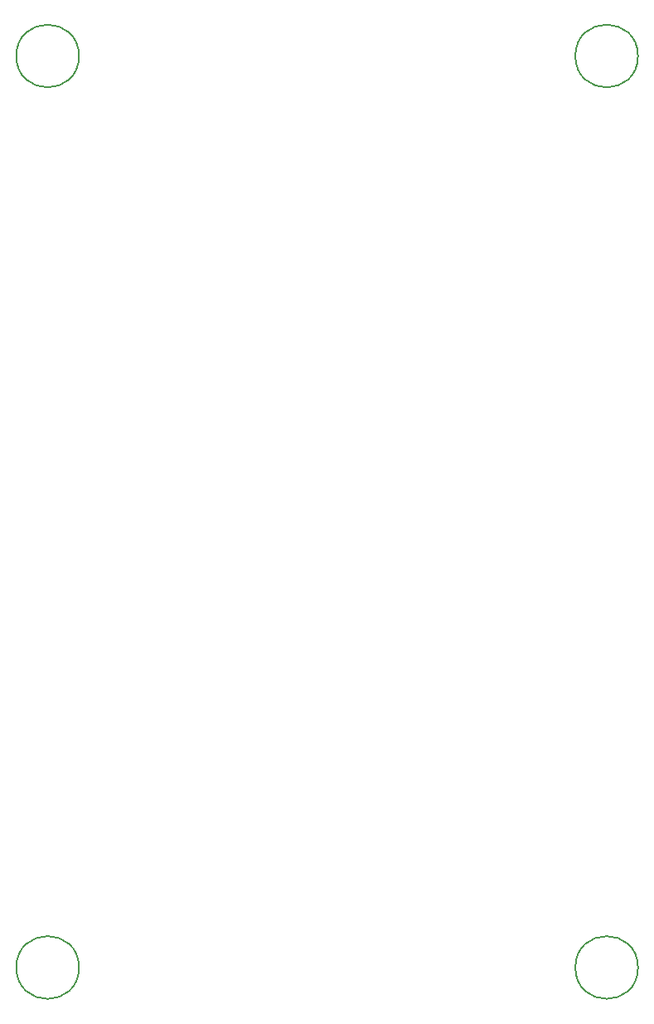
<source format=gbr>
%TF.GenerationSoftware,KiCad,Pcbnew,8.0.6*%
%TF.CreationDate,2025-02-05T19:47:27+13:00*%
%TF.ProjectId,Door Controller,446f6f72-2043-46f6-9e74-726f6c6c6572,rev?*%
%TF.SameCoordinates,Original*%
%TF.FileFunction,Other,Comment*%
%FSLAX46Y46*%
G04 Gerber Fmt 4.6, Leading zero omitted, Abs format (unit mm)*
G04 Created by KiCad (PCBNEW 8.0.6) date 2025-02-05 19:47:27*
%MOMM*%
%LPD*%
G01*
G04 APERTURE LIST*
%ADD10C,0.150000*%
G04 APERTURE END LIST*
D10*
%TO.C,h1*%
X56700000Y-53500000D02*
G75*
G02*
X50300000Y-53500000I-3200000J0D01*
G01*
X50300000Y-53500000D02*
G75*
G02*
X56700000Y-53500000I3200000J0D01*
G01*
%TO.C,h2*%
X113800000Y-53500000D02*
G75*
G02*
X107400000Y-53500000I-3200000J0D01*
G01*
X107400000Y-53500000D02*
G75*
G02*
X113800000Y-53500000I3200000J0D01*
G01*
%TO.C,h4*%
X113800000Y-146500000D02*
G75*
G02*
X107400000Y-146500000I-3200000J0D01*
G01*
X107400000Y-146500000D02*
G75*
G02*
X113800000Y-146500000I3200000J0D01*
G01*
%TO.C,h3*%
X56700000Y-146500000D02*
G75*
G02*
X50300000Y-146500000I-3200000J0D01*
G01*
X50300000Y-146500000D02*
G75*
G02*
X56700000Y-146500000I3200000J0D01*
G01*
%TD*%
M02*

</source>
